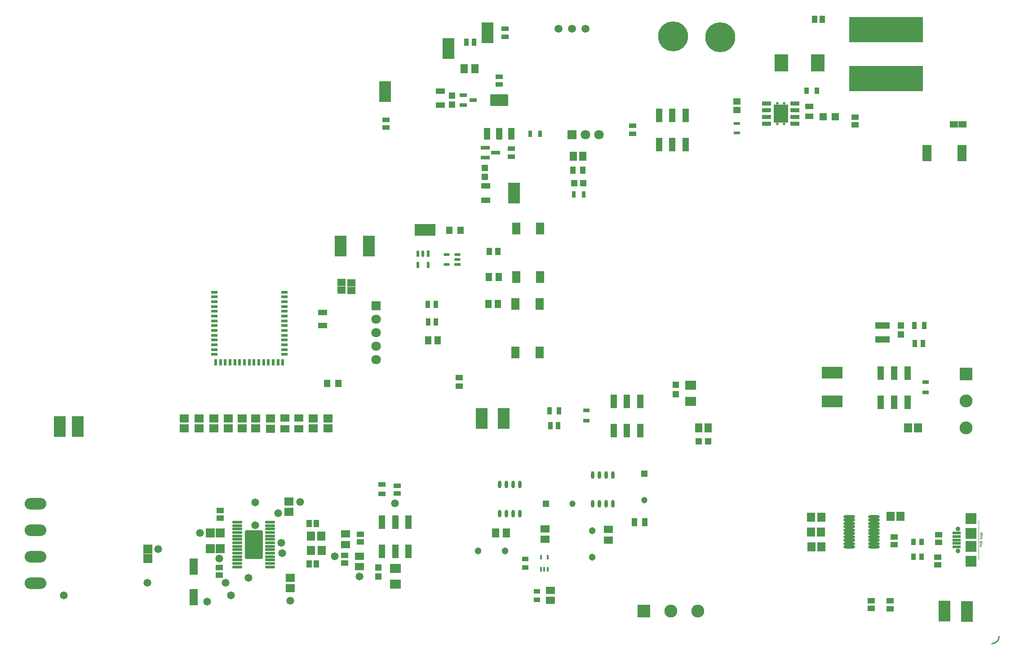
<source format=gts>
G04*
G04 #@! TF.GenerationSoftware,Altium Limited,Altium Designer,23.1.1 (15)*
G04*
G04 Layer_Color=8388736*
%FSLAX25Y25*%
%MOIN*%
G70*
G04*
G04 #@! TF.SameCoordinates,EC016929-1199-40CF-B0C5-1E8161D31A68*
G04*
G04*
G04 #@! TF.FilePolarity,Negative*
G04*
G01*
G75*
%ADD18C,0.01000*%
%ADD20C,0.00394*%
%ADD21C,0.00200*%
%ADD22R,0.04349X0.05339*%
%ADD26R,0.05339X0.04152*%
%ADD29R,0.04724X0.09843*%
%ADD36R,0.02095X0.04745*%
G04:AMPARAMS|DCode=37|XSize=47.45mil|YSize=20.95mil|CornerRadius=10.48mil|HoleSize=0mil|Usage=FLASHONLY|Rotation=270.000|XOffset=0mil|YOffset=0mil|HoleType=Round|Shape=RoundedRectangle|*
%AMROUNDEDRECTD37*
21,1,0.04745,0.00000,0,0,270.0*
21,1,0.02650,0.02095,0,0,270.0*
1,1,0.02095,0.00000,-0.01325*
1,1,0.02095,0.00000,0.01325*
1,1,0.02095,0.00000,0.01325*
1,1,0.02095,0.00000,-0.01325*
%
%ADD37ROUNDEDRECTD37*%
%ADD38R,0.04745X0.02095*%
G04:AMPARAMS|DCode=39|XSize=47.45mil|YSize=20.95mil|CornerRadius=10.48mil|HoleSize=0mil|Usage=FLASHONLY|Rotation=180.000|XOffset=0mil|YOffset=0mil|HoleType=Round|Shape=RoundedRectangle|*
%AMROUNDEDRECTD39*
21,1,0.04745,0.00000,0,0,180.0*
21,1,0.02650,0.02095,0,0,180.0*
1,1,0.02095,-0.01325,0.00000*
1,1,0.02095,0.01325,0.00000*
1,1,0.02095,0.01325,0.00000*
1,1,0.02095,-0.01325,0.00000*
%
%ADD39ROUNDEDRECTD39*%
%ADD43R,0.03740X0.05315*%
%ADD47R,0.05315X0.03740*%
%ADD50R,0.02756X0.05118*%
%ADD51R,0.02756X0.04528*%
%ADD53R,0.03963X0.05544*%
%ADD54R,0.01200X0.03374*%
%ADD55O,0.02362X0.05709*%
%ADD58R,0.04969X0.03182*%
%ADD59R,0.03740X0.05512*%
%ADD60R,0.05118X0.02756*%
%ADD65R,0.03567X0.05157*%
%ADD66R,0.55100X0.18700*%
%ADD71R,0.09843X0.12992*%
%ADD72R,0.04921X0.02362*%
%ADD73R,0.04152X0.05339*%
%ADD74R,0.05733X0.04940*%
%ADD75R,0.05339X0.04349*%
%ADD76R,0.03543X0.05118*%
%ADD84R,0.05512X0.03740*%
%ADD86R,0.02402X0.05000*%
%ADD87R,0.05000X0.02402*%
%ADD89R,0.07087X0.03937*%
%ADD90R,0.06115X0.06902*%
%ADD91R,0.06902X0.06902*%
%ADD92R,0.06312X0.12020*%
%ADD93R,0.06902X0.06115*%
%ADD94R,0.06509X0.05524*%
%ADD95R,0.08280X0.06706*%
%ADD96R,0.04737X0.05131*%
%ADD97R,0.06312X0.09068*%
%ADD98R,0.08792X0.15761*%
%ADD99R,0.05131X0.05524*%
%ADD100R,0.15761X0.08792*%
%ADD101R,0.04737X0.06115*%
%ADD102R,0.03950X0.05721*%
%ADD103R,0.06115X0.05328*%
%ADD104R,0.05524X0.06509*%
%ADD105R,0.06902X0.04343*%
%ADD106R,0.05524X0.03162*%
G04:AMPARAMS|DCode=107|XSize=47.37mil|YSize=88.71mil|CornerRadius=5.97mil|HoleSize=0mil|Usage=FLASHONLY|Rotation=180.000|XOffset=0mil|YOffset=0mil|HoleType=Round|Shape=RoundedRectangle|*
%AMROUNDEDRECTD107*
21,1,0.04737,0.07677,0,0,180.0*
21,1,0.03543,0.08871,0,0,180.0*
1,1,0.01194,-0.01772,0.03839*
1,1,0.01194,0.01772,0.03839*
1,1,0.01194,0.01772,-0.03839*
1,1,0.01194,-0.01772,-0.03839*
%
%ADD107ROUNDEDRECTD107*%
G04:AMPARAMS|DCode=108|XSize=135.95mil|YSize=88.71mil|CornerRadius=6.02mil|HoleSize=0mil|Usage=FLASHONLY|Rotation=180.000|XOffset=0mil|YOffset=0mil|HoleType=Round|Shape=RoundedRectangle|*
%AMROUNDEDRECTD108*
21,1,0.13595,0.07667,0,0,180.0*
21,1,0.12392,0.08871,0,0,180.0*
1,1,0.01204,-0.06196,0.03834*
1,1,0.01204,0.06196,0.03834*
1,1,0.01204,0.06196,-0.03834*
1,1,0.01204,-0.06196,-0.03834*
%
%ADD108ROUNDEDRECTD108*%
%ADD109R,0.05131X0.04737*%
%ADD110R,0.04422X0.06233*%
%ADD111R,0.06509X0.05328*%
%ADD112R,0.11036X0.04934*%
%ADD113R,0.06902X0.06312*%
%ADD114R,0.06902X0.06902*%
%ADD115O,0.08477X0.02375*%
%ADD116R,0.06509X0.12217*%
%ADD117R,0.05328X0.05328*%
%ADD118R,0.05918X0.04343*%
%ADD119R,0.05997X0.05052*%
%ADD120R,0.08280X0.08280*%
%ADD121R,0.08280X0.07887*%
%ADD122R,0.06115X0.02375*%
%ADD123R,0.06312X0.06902*%
G04:AMPARAMS|DCode=124|XSize=130.05mil|YSize=211.94mil|CornerRadius=5.83mil|HoleSize=0mil|Usage=FLASHONLY|Rotation=180.000|XOffset=0mil|YOffset=0mil|HoleType=Round|Shape=RoundedRectangle|*
%AMROUNDEDRECTD124*
21,1,0.13005,0.20028,0,0,180.0*
21,1,0.11839,0.21194,0,0,180.0*
1,1,0.01166,-0.05919,0.10014*
1,1,0.01166,0.05919,0.10014*
1,1,0.01166,0.05919,-0.10014*
1,1,0.01166,-0.05919,-0.10014*
%
%ADD124ROUNDEDRECTD124*%
G04:AMPARAMS|DCode=125|XSize=21.78mil|YSize=72.96mil|CornerRadius=6mil|HoleSize=0mil|Usage=FLASHONLY|Rotation=270.000|XOffset=0mil|YOffset=0mil|HoleType=Round|Shape=RoundedRectangle|*
%AMROUNDEDRECTD125*
21,1,0.02178,0.06097,0,0,270.0*
21,1,0.00978,0.07296,0,0,270.0*
1,1,0.01200,-0.03048,-0.00489*
1,1,0.01200,-0.03048,0.00489*
1,1,0.01200,0.03048,0.00489*
1,1,0.01200,0.03048,-0.00489*
%
%ADD125ROUNDEDRECTD125*%
%ADD126R,0.06706X0.03162*%
%ADD127R,0.05721X0.03950*%
%ADD128C,0.05900*%
%ADD129C,0.09658*%
%ADD130R,0.09658X0.09658*%
%ADD131C,0.05131*%
%ADD132R,0.04724X0.04724*%
%ADD133C,0.04724*%
%ADD134R,0.04724X0.04724*%
%ADD135R,0.09658X0.09658*%
%ADD136C,0.01981*%
%ADD137O,0.16154X0.08477*%
%ADD138C,0.03556*%
%ADD139C,0.22244*%
%ADD140R,0.07099X0.07099*%
%ADD141C,0.07099*%
%ADD142C,0.07099*%
%ADD143R,0.07099X0.07099*%
%ADD144C,0.05800*%
%ADD145C,0.02769*%
G36*
X682031Y390231D02*
X682039D01*
X682051Y390228D01*
X682059D01*
X682071Y390224D01*
X682079Y390220D01*
X682091Y390216D01*
X682098Y390208D01*
X682106Y390204D01*
X682114Y390196D01*
X682122Y390192D01*
X682130Y390184D01*
X682138Y390176D01*
X682146Y390168D01*
X682154Y390161D01*
X682158Y390153D01*
X682165Y390145D01*
X682169Y390137D01*
X682177Y390129D01*
X682181Y390117D01*
X682185Y390109D01*
X682189Y390098D01*
Y390090D01*
X682193Y390078D01*
Y390070D01*
X682197Y390058D01*
Y390050D01*
Y390038D01*
Y387519D01*
Y387507D01*
Y387499D01*
X682193Y387487D01*
Y387479D01*
X682189Y387468D01*
Y387460D01*
X682185Y387448D01*
X682181Y387440D01*
X682177Y387428D01*
X682169Y387420D01*
X682165Y387413D01*
X682158Y387405D01*
X682154Y387397D01*
X682146Y387389D01*
X682138Y387381D01*
X682130Y387373D01*
X682122Y387365D01*
X682114Y387361D01*
X682106Y387353D01*
X682098Y387350D01*
X682091Y387342D01*
X682079Y387338D01*
X682071Y387334D01*
X682059Y387330D01*
X682051D01*
X682039Y387326D01*
X682031D01*
X682020Y387322D01*
X675721D01*
X675709Y387326D01*
X675701D01*
X675689Y387330D01*
X675681D01*
X675669Y387334D01*
X675661Y387338D01*
X675650Y387342D01*
X675642Y387350D01*
X675634Y387353D01*
X675626Y387361D01*
X675618Y387365D01*
X675610Y387373D01*
X675602Y387381D01*
X675595Y387389D01*
X675587Y387397D01*
X675583Y387405D01*
X675575Y387413D01*
X675571Y387420D01*
X675563Y387428D01*
X675559Y387440D01*
X675555Y387448D01*
X675551Y387460D01*
Y387468D01*
X675547Y387479D01*
Y387487D01*
X675543Y387499D01*
Y387507D01*
Y387519D01*
Y390038D01*
Y390050D01*
Y390058D01*
X675547Y390070D01*
Y390078D01*
X675551Y390090D01*
Y390098D01*
X675555Y390109D01*
X675559Y390117D01*
X675563Y390129D01*
X675571Y390137D01*
X675575Y390145D01*
X675583Y390153D01*
X675587Y390161D01*
X675595Y390168D01*
X675602Y390176D01*
X675610Y390184D01*
X675618Y390192D01*
X675626Y390196D01*
X675634Y390204D01*
X675642Y390208D01*
X675650Y390216D01*
X675661Y390220D01*
X675669Y390224D01*
X675681Y390228D01*
X675689D01*
X675701Y390231D01*
X675709D01*
X675721Y390235D01*
X682020D01*
X682031Y390231D01*
D02*
G37*
G36*
Y395231D02*
X682039D01*
X682051Y395228D01*
X682059D01*
X682071Y395223D01*
X682079Y395220D01*
X682091Y395216D01*
X682098Y395208D01*
X682106Y395204D01*
X682114Y395196D01*
X682122Y395192D01*
X682130Y395184D01*
X682138Y395176D01*
X682146Y395168D01*
X682154Y395161D01*
X682158Y395153D01*
X682165Y395145D01*
X682169Y395137D01*
X682177Y395129D01*
X682181Y395117D01*
X682185Y395109D01*
X682189Y395098D01*
Y395090D01*
X682193Y395078D01*
Y395070D01*
X682197Y395058D01*
Y395050D01*
Y395039D01*
Y392519D01*
Y392507D01*
Y392499D01*
X682193Y392487D01*
Y392479D01*
X682189Y392468D01*
Y392460D01*
X682185Y392448D01*
X682181Y392440D01*
X682177Y392428D01*
X682169Y392420D01*
X682165Y392412D01*
X682158Y392405D01*
X682154Y392397D01*
X682146Y392389D01*
X682138Y392381D01*
X682130Y392373D01*
X682122Y392365D01*
X682114Y392361D01*
X682106Y392354D01*
X682098Y392350D01*
X682091Y392342D01*
X682079Y392338D01*
X682071Y392334D01*
X682059Y392330D01*
X682051D01*
X682039Y392326D01*
X682031D01*
X682020Y392322D01*
X675721D01*
X675709Y392326D01*
X675701D01*
X675689Y392330D01*
X675681D01*
X675669Y392334D01*
X675661Y392338D01*
X675650Y392342D01*
X675642Y392350D01*
X675634Y392354D01*
X675626Y392361D01*
X675618Y392365D01*
X675610Y392373D01*
X675602Y392381D01*
X675595Y392389D01*
X675587Y392397D01*
X675583Y392405D01*
X675575Y392412D01*
X675571Y392420D01*
X675563Y392428D01*
X675559Y392440D01*
X675555Y392448D01*
X675551Y392460D01*
Y392468D01*
X675547Y392479D01*
Y392487D01*
X675543Y392499D01*
Y392507D01*
Y392519D01*
Y395039D01*
Y395050D01*
Y395058D01*
X675547Y395070D01*
Y395078D01*
X675551Y395090D01*
Y395098D01*
X675555Y395109D01*
X675559Y395117D01*
X675563Y395129D01*
X675571Y395137D01*
X675575Y395145D01*
X675583Y395153D01*
X675587Y395161D01*
X675595Y395168D01*
X675602Y395176D01*
X675610Y395184D01*
X675618Y395192D01*
X675626Y395196D01*
X675634Y395204D01*
X675642Y395208D01*
X675650Y395216D01*
X675661Y395220D01*
X675669Y395223D01*
X675681Y395228D01*
X675689D01*
X675701Y395231D01*
X675709D01*
X675721Y395235D01*
X682020D01*
X682031Y395231D01*
D02*
G37*
G36*
Y400231D02*
X682039D01*
X682051Y400227D01*
X682059D01*
X682071Y400223D01*
X682079Y400220D01*
X682091Y400216D01*
X682098Y400208D01*
X682106Y400204D01*
X682114Y400196D01*
X682122Y400192D01*
X682130Y400184D01*
X682138Y400176D01*
X682146Y400168D01*
X682154Y400161D01*
X682158Y400153D01*
X682165Y400145D01*
X682169Y400137D01*
X682177Y400129D01*
X682181Y400117D01*
X682185Y400109D01*
X682189Y400098D01*
Y400090D01*
X682193Y400078D01*
Y400070D01*
X682197Y400058D01*
Y400050D01*
Y400038D01*
Y397519D01*
Y397507D01*
Y397499D01*
X682193Y397487D01*
Y397480D01*
X682189Y397468D01*
Y397460D01*
X682185Y397448D01*
X682181Y397440D01*
X682177Y397428D01*
X682169Y397420D01*
X682165Y397412D01*
X682158Y397405D01*
X682154Y397397D01*
X682146Y397389D01*
X682138Y397381D01*
X682130Y397373D01*
X682122Y397365D01*
X682114Y397361D01*
X682106Y397354D01*
X682098Y397350D01*
X682091Y397342D01*
X682079Y397338D01*
X682071Y397334D01*
X682059Y397330D01*
X682051D01*
X682039Y397326D01*
X682031D01*
X682020Y397322D01*
X675721D01*
X675709Y397326D01*
X675701D01*
X675689Y397330D01*
X675681D01*
X675669Y397334D01*
X675661Y397338D01*
X675650Y397342D01*
X675642Y397350D01*
X675634Y397354D01*
X675626Y397361D01*
X675618Y397365D01*
X675610Y397373D01*
X675602Y397381D01*
X675595Y397389D01*
X675587Y397397D01*
X675583Y397405D01*
X675575Y397412D01*
X675571Y397420D01*
X675563Y397428D01*
X675559Y397440D01*
X675555Y397448D01*
X675551Y397460D01*
Y397468D01*
X675547Y397480D01*
Y397487D01*
X675543Y397499D01*
Y397507D01*
Y397519D01*
Y400038D01*
Y400050D01*
Y400058D01*
X675547Y400070D01*
Y400078D01*
X675551Y400090D01*
Y400098D01*
X675555Y400109D01*
X675559Y400117D01*
X675563Y400129D01*
X675571Y400137D01*
X675575Y400145D01*
X675583Y400153D01*
X675587Y400161D01*
X675595Y400168D01*
X675602Y400176D01*
X675610Y400184D01*
X675618Y400192D01*
X675626Y400196D01*
X675634Y400204D01*
X675642Y400208D01*
X675650Y400216D01*
X675661Y400220D01*
X675669Y400223D01*
X675681Y400227D01*
X675689D01*
X675701Y400231D01*
X675709D01*
X675721Y400235D01*
X682020D01*
X682031Y400231D01*
D02*
G37*
G36*
Y405231D02*
X682039D01*
X682051Y405228D01*
X682059D01*
X682071Y405224D01*
X682079Y405220D01*
X682091Y405216D01*
X682098Y405208D01*
X682106Y405204D01*
X682114Y405196D01*
X682122Y405192D01*
X682130Y405184D01*
X682138Y405176D01*
X682146Y405168D01*
X682154Y405161D01*
X682158Y405153D01*
X682165Y405145D01*
X682169Y405137D01*
X682177Y405129D01*
X682181Y405117D01*
X682185Y405109D01*
X682189Y405098D01*
Y405090D01*
X682193Y405078D01*
Y405070D01*
X682197Y405058D01*
Y405050D01*
Y405038D01*
Y402519D01*
Y402507D01*
Y402499D01*
X682193Y402487D01*
Y402480D01*
X682189Y402468D01*
Y402460D01*
X682185Y402448D01*
X682181Y402440D01*
X682177Y402428D01*
X682169Y402420D01*
X682165Y402413D01*
X682158Y402405D01*
X682154Y402397D01*
X682146Y402389D01*
X682138Y402381D01*
X682130Y402373D01*
X682122Y402365D01*
X682114Y402361D01*
X682106Y402353D01*
X682098Y402350D01*
X682091Y402342D01*
X682079Y402338D01*
X682071Y402334D01*
X682059Y402330D01*
X682051D01*
X682039Y402326D01*
X682031D01*
X682020Y402322D01*
X675721D01*
X675709Y402326D01*
X675701D01*
X675689Y402330D01*
X675681D01*
X675669Y402334D01*
X675661Y402338D01*
X675650Y402342D01*
X675642Y402350D01*
X675634Y402353D01*
X675626Y402361D01*
X675618Y402365D01*
X675610Y402373D01*
X675602Y402381D01*
X675595Y402389D01*
X675587Y402397D01*
X675583Y402405D01*
X675575Y402413D01*
X675571Y402420D01*
X675563Y402428D01*
X675559Y402440D01*
X675555Y402448D01*
X675551Y402460D01*
Y402468D01*
X675547Y402480D01*
Y402487D01*
X675543Y402499D01*
Y402507D01*
Y402519D01*
Y405038D01*
Y405050D01*
Y405058D01*
X675547Y405070D01*
Y405078D01*
X675551Y405090D01*
Y405098D01*
X675555Y405109D01*
X675559Y405117D01*
X675563Y405129D01*
X675571Y405137D01*
X675575Y405145D01*
X675583Y405153D01*
X675587Y405161D01*
X675595Y405168D01*
X675602Y405176D01*
X675610Y405184D01*
X675618Y405192D01*
X675626Y405196D01*
X675634Y405204D01*
X675642Y405208D01*
X675650Y405216D01*
X675661Y405220D01*
X675669Y405224D01*
X675681Y405228D01*
X675689D01*
X675701Y405231D01*
X675709D01*
X675721Y405235D01*
X682020D01*
X682031Y405231D01*
D02*
G37*
G36*
X703291D02*
X703299D01*
X703311Y405228D01*
X703319D01*
X703331Y405224D01*
X703339Y405220D01*
X703350Y405216D01*
X703358Y405208D01*
X703366Y405204D01*
X703374Y405196D01*
X703382Y405192D01*
X703390Y405184D01*
X703398Y405176D01*
X703406Y405168D01*
X703413Y405161D01*
X703417Y405153D01*
X703425Y405145D01*
X703429Y405137D01*
X703437Y405129D01*
X703441Y405117D01*
X703445Y405109D01*
X703449Y405098D01*
Y405090D01*
X703453Y405078D01*
Y405070D01*
X703457Y405058D01*
Y405050D01*
Y405038D01*
Y402519D01*
Y402507D01*
Y402499D01*
X703453Y402487D01*
Y402480D01*
X703449Y402468D01*
Y402460D01*
X703445Y402448D01*
X703441Y402440D01*
X703437Y402428D01*
X703429Y402420D01*
X703425Y402413D01*
X703417Y402405D01*
X703413Y402397D01*
X703406Y402389D01*
X703398Y402381D01*
X703390Y402373D01*
X703382Y402365D01*
X703374Y402361D01*
X703366Y402353D01*
X703358Y402350D01*
X703350Y402342D01*
X703339Y402338D01*
X703331Y402334D01*
X703319Y402330D01*
X703311D01*
X703299Y402326D01*
X703291D01*
X703279Y402322D01*
X696980D01*
X696969Y402326D01*
X696961D01*
X696949Y402330D01*
X696941D01*
X696929Y402334D01*
X696921Y402338D01*
X696910Y402342D01*
X696902Y402350D01*
X696894Y402353D01*
X696886Y402361D01*
X696878Y402365D01*
X696870Y402373D01*
X696862Y402381D01*
X696854Y402389D01*
X696846Y402397D01*
X696842Y402405D01*
X696835Y402413D01*
X696831Y402420D01*
X696823Y402428D01*
X696819Y402440D01*
X696815Y402448D01*
X696811Y402460D01*
Y402468D01*
X696807Y402480D01*
Y402487D01*
X696803Y402499D01*
Y402507D01*
Y402519D01*
Y405038D01*
Y405050D01*
Y405058D01*
X696807Y405070D01*
Y405078D01*
X696811Y405090D01*
Y405098D01*
X696815Y405109D01*
X696819Y405117D01*
X696823Y405129D01*
X696831Y405137D01*
X696835Y405145D01*
X696842Y405153D01*
X696846Y405161D01*
X696854Y405168D01*
X696862Y405176D01*
X696870Y405184D01*
X696878Y405192D01*
X696886Y405196D01*
X696894Y405204D01*
X696902Y405208D01*
X696910Y405216D01*
X696921Y405220D01*
X696929Y405224D01*
X696941Y405228D01*
X696949D01*
X696961Y405231D01*
X696969D01*
X696980Y405235D01*
X703279D01*
X703291Y405231D01*
D02*
G37*
G36*
Y400231D02*
X703299D01*
X703311Y400227D01*
X703319D01*
X703331Y400223D01*
X703339Y400220D01*
X703350Y400216D01*
X703358Y400208D01*
X703366Y400204D01*
X703374Y400196D01*
X703382Y400192D01*
X703390Y400184D01*
X703398Y400176D01*
X703406Y400168D01*
X703413Y400161D01*
X703417Y400153D01*
X703425Y400145D01*
X703429Y400137D01*
X703437Y400129D01*
X703441Y400117D01*
X703445Y400109D01*
X703449Y400098D01*
Y400090D01*
X703453Y400078D01*
Y400070D01*
X703457Y400058D01*
Y400050D01*
Y400038D01*
Y397519D01*
Y397507D01*
Y397499D01*
X703453Y397487D01*
Y397480D01*
X703449Y397468D01*
Y397460D01*
X703445Y397448D01*
X703441Y397440D01*
X703437Y397428D01*
X703429Y397420D01*
X703425Y397412D01*
X703417Y397405D01*
X703413Y397397D01*
X703406Y397389D01*
X703398Y397381D01*
X703390Y397373D01*
X703382Y397365D01*
X703374Y397361D01*
X703366Y397354D01*
X703358Y397350D01*
X703350Y397342D01*
X703339Y397338D01*
X703331Y397334D01*
X703319Y397330D01*
X703311D01*
X703299Y397326D01*
X703291D01*
X703279Y397322D01*
X696980D01*
X696969Y397326D01*
X696961D01*
X696949Y397330D01*
X696941D01*
X696929Y397334D01*
X696921Y397338D01*
X696910Y397342D01*
X696902Y397350D01*
X696894Y397354D01*
X696886Y397361D01*
X696878Y397365D01*
X696870Y397373D01*
X696862Y397381D01*
X696854Y397389D01*
X696846Y397397D01*
X696842Y397405D01*
X696835Y397412D01*
X696831Y397420D01*
X696823Y397428D01*
X696819Y397440D01*
X696815Y397448D01*
X696811Y397460D01*
Y397468D01*
X696807Y397480D01*
Y397487D01*
X696803Y397499D01*
Y397507D01*
Y397519D01*
Y400038D01*
Y400050D01*
Y400058D01*
X696807Y400070D01*
Y400078D01*
X696811Y400090D01*
Y400098D01*
X696815Y400109D01*
X696819Y400117D01*
X696823Y400129D01*
X696831Y400137D01*
X696835Y400145D01*
X696842Y400153D01*
X696846Y400161D01*
X696854Y400168D01*
X696862Y400176D01*
X696870Y400184D01*
X696878Y400192D01*
X696886Y400196D01*
X696894Y400204D01*
X696902Y400208D01*
X696910Y400216D01*
X696921Y400220D01*
X696929Y400223D01*
X696941Y400227D01*
X696949D01*
X696961Y400231D01*
X696969D01*
X696980Y400235D01*
X703279D01*
X703291Y400231D01*
D02*
G37*
G36*
Y395231D02*
X703299D01*
X703311Y395228D01*
X703319D01*
X703331Y395223D01*
X703339Y395220D01*
X703350Y395216D01*
X703358Y395208D01*
X703366Y395204D01*
X703374Y395196D01*
X703382Y395192D01*
X703390Y395184D01*
X703398Y395176D01*
X703406Y395168D01*
X703413Y395161D01*
X703417Y395153D01*
X703425Y395145D01*
X703429Y395137D01*
X703437Y395129D01*
X703441Y395117D01*
X703445Y395109D01*
X703449Y395098D01*
Y395090D01*
X703453Y395078D01*
Y395070D01*
X703457Y395058D01*
Y395050D01*
Y395039D01*
Y392519D01*
Y392507D01*
Y392499D01*
X703453Y392487D01*
Y392479D01*
X703449Y392468D01*
Y392460D01*
X703445Y392448D01*
X703441Y392440D01*
X703437Y392428D01*
X703429Y392420D01*
X703425Y392412D01*
X703417Y392405D01*
X703413Y392397D01*
X703406Y392389D01*
X703398Y392381D01*
X703390Y392373D01*
X703382Y392365D01*
X703374Y392361D01*
X703366Y392354D01*
X703358Y392350D01*
X703350Y392342D01*
X703339Y392338D01*
X703331Y392334D01*
X703319Y392330D01*
X703311D01*
X703299Y392326D01*
X703291D01*
X703279Y392322D01*
X696980D01*
X696969Y392326D01*
X696961D01*
X696949Y392330D01*
X696941D01*
X696929Y392334D01*
X696921Y392338D01*
X696910Y392342D01*
X696902Y392350D01*
X696894Y392354D01*
X696886Y392361D01*
X696878Y392365D01*
X696870Y392373D01*
X696862Y392381D01*
X696854Y392389D01*
X696846Y392397D01*
X696842Y392405D01*
X696835Y392412D01*
X696831Y392420D01*
X696823Y392428D01*
X696819Y392440D01*
X696815Y392448D01*
X696811Y392460D01*
Y392468D01*
X696807Y392479D01*
Y392487D01*
X696803Y392499D01*
Y392507D01*
Y392519D01*
Y395039D01*
Y395050D01*
Y395058D01*
X696807Y395070D01*
Y395078D01*
X696811Y395090D01*
Y395098D01*
X696815Y395109D01*
X696819Y395117D01*
X696823Y395129D01*
X696831Y395137D01*
X696835Y395145D01*
X696842Y395153D01*
X696846Y395161D01*
X696854Y395168D01*
X696862Y395176D01*
X696870Y395184D01*
X696878Y395192D01*
X696886Y395196D01*
X696894Y395204D01*
X696902Y395208D01*
X696910Y395216D01*
X696921Y395220D01*
X696929Y395223D01*
X696941Y395228D01*
X696949D01*
X696961Y395231D01*
X696969D01*
X696980Y395235D01*
X703279D01*
X703291Y395231D01*
D02*
G37*
G36*
X694835Y389586D02*
X684165D01*
Y402972D01*
X694835D01*
Y389586D01*
D02*
G37*
G36*
X703291Y390231D02*
X703299D01*
X703311Y390228D01*
X703319D01*
X703331Y390224D01*
X703339Y390220D01*
X703350Y390216D01*
X703358Y390208D01*
X703366Y390204D01*
X703374Y390196D01*
X703382Y390192D01*
X703390Y390184D01*
X703398Y390176D01*
X703406Y390168D01*
X703413Y390161D01*
X703417Y390153D01*
X703425Y390145D01*
X703429Y390137D01*
X703437Y390129D01*
X703441Y390117D01*
X703445Y390109D01*
X703449Y390098D01*
Y390090D01*
X703453Y390078D01*
Y390070D01*
X703457Y390058D01*
Y390050D01*
Y390038D01*
Y387519D01*
Y387507D01*
Y387499D01*
X703453Y387487D01*
Y387479D01*
X703449Y387468D01*
Y387460D01*
X703445Y387448D01*
X703441Y387440D01*
X703437Y387428D01*
X703429Y387420D01*
X703425Y387413D01*
X703417Y387405D01*
X703413Y387397D01*
X703406Y387389D01*
X703398Y387381D01*
X703390Y387373D01*
X703382Y387365D01*
X703374Y387361D01*
X703366Y387353D01*
X703358Y387350D01*
X703350Y387342D01*
X703339Y387338D01*
X703331Y387334D01*
X703319Y387330D01*
X703311D01*
X703299Y387326D01*
X703291D01*
X703279Y387322D01*
X696980D01*
X696969Y387326D01*
X696961D01*
X696949Y387330D01*
X696941D01*
X696929Y387334D01*
X696921Y387338D01*
X696910Y387342D01*
X696902Y387350D01*
X696894Y387353D01*
X696886Y387361D01*
X696878Y387365D01*
X696870Y387373D01*
X696862Y387381D01*
X696854Y387389D01*
X696846Y387397D01*
X696842Y387405D01*
X696835Y387413D01*
X696831Y387420D01*
X696823Y387428D01*
X696819Y387440D01*
X696815Y387448D01*
X696811Y387460D01*
Y387468D01*
X696807Y387479D01*
Y387487D01*
X696803Y387499D01*
Y387507D01*
Y387519D01*
Y390038D01*
Y390050D01*
Y390058D01*
X696807Y390070D01*
Y390078D01*
X696811Y390090D01*
Y390098D01*
X696815Y390109D01*
X696819Y390117D01*
X696823Y390129D01*
X696831Y390137D01*
X696835Y390145D01*
X696842Y390153D01*
X696846Y390161D01*
X696854Y390168D01*
X696862Y390176D01*
X696870Y390184D01*
X696878Y390192D01*
X696886Y390196D01*
X696894Y390204D01*
X696902Y390208D01*
X696910Y390216D01*
X696921Y390220D01*
X696929Y390224D01*
X696941Y390228D01*
X696949D01*
X696961Y390231D01*
X696969D01*
X696980Y390235D01*
X703279D01*
X703291Y390231D01*
D02*
G37*
D18*
X846278Y2686D02*
G03*
X851500Y8000I-93J5314D01*
G01*
D20*
X836209Y65076D02*
Y94209D01*
D21*
X838006Y74918D02*
Y75604D01*
X837930Y75832D01*
X837854Y75908D01*
X837701Y75985D01*
X837473D01*
X837320Y75908D01*
X837244Y75832D01*
X837168Y75604D01*
Y74918D01*
X838768D01*
X837549Y77485D02*
X837397Y77409D01*
X837244Y77257D01*
X837168Y77104D01*
Y76800D01*
X837244Y76647D01*
X837397Y76495D01*
X837549Y76419D01*
X837778Y76343D01*
X838158D01*
X838387Y76419D01*
X838539Y76495D01*
X838692Y76647D01*
X838768Y76800D01*
Y77104D01*
X838692Y77257D01*
X838539Y77409D01*
X838387Y77485D01*
X837168Y77935D02*
X838768D01*
X837168D02*
Y78620D01*
X837244Y78849D01*
X837320Y78925D01*
X837473Y79001D01*
X837625D01*
X837778Y78925D01*
X837854Y78849D01*
X837930Y78620D01*
Y77935D02*
Y78620D01*
X838006Y78849D01*
X838082Y78925D01*
X838235Y79001D01*
X838463D01*
X838615Y78925D01*
X838692Y78849D01*
X838768Y78620D01*
Y77935D01*
X837168Y81606D02*
Y80616D01*
X838768D01*
Y81606D01*
X837930Y80616D02*
Y81225D01*
X837168Y82787D02*
X838768D01*
X837930D02*
X837778Y82635D01*
X837701Y82482D01*
Y82254D01*
X837778Y82101D01*
X837930Y81949D01*
X838158Y81873D01*
X838311D01*
X838539Y81949D01*
X838692Y82101D01*
X838768Y82254D01*
Y82482D01*
X838692Y82635D01*
X838539Y82787D01*
X837701Y84128D02*
X838920D01*
X839149Y84052D01*
X839225Y83975D01*
X839301Y83823D01*
Y83594D01*
X839225Y83442D01*
X837930Y84128D02*
X837778Y83975D01*
X837701Y83823D01*
Y83594D01*
X837778Y83442D01*
X837930Y83290D01*
X838158Y83214D01*
X838311D01*
X838539Y83290D01*
X838692Y83442D01*
X838768Y83594D01*
Y83823D01*
X838692Y83975D01*
X838539Y84128D01*
X838158Y84554D02*
Y85468D01*
X838006D01*
X837854Y85392D01*
X837778Y85316D01*
X837701Y85164D01*
Y84935D01*
X837778Y84783D01*
X837930Y84630D01*
X838158Y84554D01*
X838311D01*
X838539Y84630D01*
X838692Y84783D01*
X838768Y84935D01*
Y85164D01*
X838692Y85316D01*
X838539Y85468D01*
D22*
X339500Y91905D02*
D03*
X345057D02*
D03*
X339500Y61905D02*
D03*
X345057D02*
D03*
D26*
X273000Y59244D02*
D03*
Y53529D02*
D03*
X366000Y68074D02*
D03*
Y62359D02*
D03*
X273500Y95887D02*
D03*
Y101602D02*
D03*
X770500Y28643D02*
D03*
Y34357D02*
D03*
X773500Y76285D02*
D03*
Y82000D02*
D03*
X806000Y61285D02*
D03*
Y67000D02*
D03*
X806500Y83643D02*
D03*
Y77928D02*
D03*
X756500Y34500D02*
D03*
Y28785D02*
D03*
X377500Y83759D02*
D03*
Y78044D02*
D03*
D29*
X393657Y92728D02*
D03*
Y71075D02*
D03*
X413343D02*
D03*
Y92728D02*
D03*
X403500D02*
D03*
Y71075D02*
D03*
X585240Y161000D02*
D03*
Y182653D02*
D03*
X565555D02*
D03*
Y161000D02*
D03*
X575398D02*
D03*
Y182653D02*
D03*
X773658Y203654D02*
D03*
Y182000D02*
D03*
X763815D02*
D03*
Y203654D02*
D03*
X783500D02*
D03*
Y182000D02*
D03*
X609158Y373346D02*
D03*
Y395000D02*
D03*
X619000D02*
D03*
Y373346D02*
D03*
X599315D02*
D03*
Y395000D02*
D03*
D36*
X427882Y292049D02*
D03*
D37*
X424142D02*
D03*
X420402D02*
D03*
Y283778D02*
D03*
X427882D02*
D03*
D38*
X449778Y284173D02*
D03*
D39*
Y287913D02*
D03*
Y291653D02*
D03*
X441506D02*
D03*
Y284173D02*
D03*
D43*
X427831Y254646D02*
D03*
X433736D02*
D03*
X427878Y241646D02*
D03*
X433783D02*
D03*
X462110Y449106D02*
D03*
X456205D02*
D03*
X524453Y164500D02*
D03*
X518547D02*
D03*
X794906Y225453D02*
D03*
X789000D02*
D03*
D47*
X480657Y417721D02*
D03*
Y423626D02*
D03*
X489657Y370126D02*
D03*
Y364220D02*
D03*
X579658Y381221D02*
D03*
Y387126D02*
D03*
X405000Y119953D02*
D03*
Y114047D02*
D03*
X485157Y453221D02*
D03*
Y459126D02*
D03*
X396657Y391606D02*
D03*
Y385701D02*
D03*
D50*
X503677Y381173D02*
D03*
X511158D02*
D03*
D51*
X543398Y336173D02*
D03*
X535917D02*
D03*
D53*
X542658Y354173D02*
D03*
X535170D02*
D03*
D54*
X511500Y58000D02*
D03*
X514059D02*
D03*
X516618D02*
D03*
Y66874D02*
D03*
X511500D02*
D03*
D55*
X550000Y106500D02*
D03*
X555000D02*
D03*
X560000D02*
D03*
X565000D02*
D03*
Y127957D02*
D03*
X560000D02*
D03*
X555000D02*
D03*
X550000D02*
D03*
X481000Y99272D02*
D03*
X486000D02*
D03*
X491000D02*
D03*
X496000D02*
D03*
Y120728D02*
D03*
X491000D02*
D03*
X486000D02*
D03*
X481000D02*
D03*
D58*
X508500Y35342D02*
D03*
Y41658D02*
D03*
X500000Y59342D02*
D03*
Y65658D02*
D03*
D59*
X525142Y175500D02*
D03*
X517858D02*
D03*
X796095Y238953D02*
D03*
X788811D02*
D03*
D60*
X545240Y175740D02*
D03*
Y168260D02*
D03*
X797000Y189260D02*
D03*
Y196740D02*
D03*
D65*
X794000Y78143D02*
D03*
X787889D02*
D03*
X794055Y67143D02*
D03*
X787945D02*
D03*
D66*
X767500Y422079D02*
D03*
Y458479D02*
D03*
D71*
X717083Y433779D02*
D03*
X689917D02*
D03*
D72*
X657000Y388822D02*
D03*
Y381735D02*
D03*
D73*
X720215Y466279D02*
D03*
X714500D02*
D03*
D74*
X657000Y398779D02*
D03*
Y405281D02*
D03*
D75*
X744500Y393557D02*
D03*
Y388000D02*
D03*
D76*
X708760Y413279D02*
D03*
X716240D02*
D03*
D84*
X393500Y121000D02*
D03*
Y113716D02*
D03*
D86*
X270382Y211650D02*
D03*
X273925D02*
D03*
X277468D02*
D03*
X281012D02*
D03*
X284594D02*
D03*
X288138D02*
D03*
X291681D02*
D03*
X295224D02*
D03*
X298768D02*
D03*
X302311D02*
D03*
X305894D02*
D03*
X309437D02*
D03*
X312980D02*
D03*
X316524D02*
D03*
X320067D02*
D03*
D87*
X269165Y263575D02*
D03*
Y260032D02*
D03*
Y256488D02*
D03*
Y252945D02*
D03*
Y249362D02*
D03*
Y245819D02*
D03*
Y242276D02*
D03*
Y238732D02*
D03*
Y235189D02*
D03*
Y231646D02*
D03*
Y228063D02*
D03*
Y224520D02*
D03*
Y220976D02*
D03*
Y217433D02*
D03*
X321284D02*
D03*
Y220976D02*
D03*
Y224520D02*
D03*
Y228063D02*
D03*
Y231646D02*
D03*
Y235189D02*
D03*
Y238732D02*
D03*
Y242276D02*
D03*
Y245819D02*
D03*
Y249362D02*
D03*
Y252945D02*
D03*
Y256488D02*
D03*
Y260032D02*
D03*
Y263575D02*
D03*
D89*
X349783Y238724D02*
D03*
Y248567D02*
D03*
D90*
X341000Y82406D02*
D03*
X348677D02*
D03*
X348839Y71905D02*
D03*
X341161D02*
D03*
D91*
X220000Y65716D02*
D03*
Y73000D02*
D03*
D92*
X254000Y59720D02*
D03*
Y37279D02*
D03*
D93*
X325500Y43728D02*
D03*
Y51406D02*
D03*
X324500Y100567D02*
D03*
Y108244D02*
D03*
D94*
X377000Y67654D02*
D03*
Y59780D02*
D03*
X366500Y84153D02*
D03*
Y76279D02*
D03*
X561500Y87437D02*
D03*
Y79563D02*
D03*
X514500Y80063D02*
D03*
Y87937D02*
D03*
X321500Y170153D02*
D03*
Y162279D02*
D03*
X332000Y162216D02*
D03*
Y170091D02*
D03*
D95*
X403500Y58622D02*
D03*
Y46811D02*
D03*
X622740Y194405D02*
D03*
Y182595D02*
D03*
D96*
X391000Y52370D02*
D03*
Y59063D02*
D03*
X470157Y355866D02*
D03*
Y349173D02*
D03*
X611740Y194693D02*
D03*
Y188000D02*
D03*
X778500Y239000D02*
D03*
Y232307D02*
D03*
X445614Y409626D02*
D03*
Y402933D02*
D03*
D97*
X492783Y254827D02*
D03*
Y219000D02*
D03*
X510500Y254827D02*
D03*
Y219000D02*
D03*
X511000Y275000D02*
D03*
Y310827D02*
D03*
X493284Y275000D02*
D03*
Y310827D02*
D03*
D98*
X363142Y297913D02*
D03*
X491657Y337106D02*
D03*
X472157Y456173D02*
D03*
X467500Y170000D02*
D03*
X484000D02*
D03*
X811000Y26857D02*
D03*
X827500Y26643D02*
D03*
X154500Y163716D02*
D03*
X168000D02*
D03*
X443157Y444606D02*
D03*
X396158Y412606D02*
D03*
X384142Y297913D02*
D03*
D99*
X361276Y195913D02*
D03*
X353008D02*
D03*
X443642Y309413D02*
D03*
X451909D02*
D03*
D100*
X425642Y309913D02*
D03*
X727500Y203953D02*
D03*
Y182453D02*
D03*
D101*
X428055Y227913D02*
D03*
X435142D02*
D03*
X473098Y274913D02*
D03*
X480185D02*
D03*
X472598Y254913D02*
D03*
X479685D02*
D03*
D102*
X473492Y293913D02*
D03*
X479791D02*
D03*
D103*
X363642Y270768D02*
D03*
Y265059D02*
D03*
X371142Y264913D02*
D03*
Y270622D02*
D03*
D104*
X454677Y429433D02*
D03*
X462551D02*
D03*
X535811Y364673D02*
D03*
X542504D02*
D03*
X478063Y85000D02*
D03*
X485937D02*
D03*
X635500Y163000D02*
D03*
X628807D02*
D03*
D105*
X437114Y402433D02*
D03*
Y412866D02*
D03*
X470657Y331957D02*
D03*
Y342390D02*
D03*
D106*
X461201Y406173D02*
D03*
X454114Y402433D02*
D03*
Y409913D02*
D03*
D107*
X471602Y381173D02*
D03*
X480657D02*
D03*
X489713D02*
D03*
D108*
X480657Y406173D02*
D03*
D109*
X543004Y344673D02*
D03*
X536311D02*
D03*
X628807Y153000D02*
D03*
X635500D02*
D03*
D110*
X588500Y93000D02*
D03*
X580980D02*
D03*
D111*
X518500Y42043D02*
D03*
Y34957D02*
D03*
D112*
X765000Y238933D02*
D03*
Y228500D02*
D03*
D113*
X247000Y162476D02*
D03*
Y169957D02*
D03*
X258000Y162476D02*
D03*
Y169957D02*
D03*
X269000Y162476D02*
D03*
Y169957D02*
D03*
X279500Y162476D02*
D03*
Y169957D02*
D03*
X290000Y162476D02*
D03*
Y169957D02*
D03*
X311000Y162260D02*
D03*
Y169740D02*
D03*
X300000Y162500D02*
D03*
Y169980D02*
D03*
X342500Y162476D02*
D03*
Y169957D02*
D03*
X353500Y162476D02*
D03*
Y169957D02*
D03*
D114*
X273642Y73244D02*
D03*
X266358D02*
D03*
Y84744D02*
D03*
X273642D02*
D03*
D115*
X758653Y74393D02*
D03*
Y76893D02*
D03*
Y79393D02*
D03*
Y81893D02*
D03*
Y84393D02*
D03*
Y86893D02*
D03*
Y89393D02*
D03*
Y91893D02*
D03*
Y94393D02*
D03*
Y96893D02*
D03*
X740346Y74393D02*
D03*
Y76893D02*
D03*
Y79393D02*
D03*
Y81893D02*
D03*
Y84393D02*
D03*
Y86893D02*
D03*
Y89393D02*
D03*
Y91893D02*
D03*
Y94393D02*
D03*
Y96893D02*
D03*
D116*
X797909Y366779D02*
D03*
X824091D02*
D03*
D117*
X720874Y393779D02*
D03*
X730126D02*
D03*
D118*
X710500Y394039D02*
D03*
Y401519D02*
D03*
D119*
X818000Y388279D02*
D03*
X824220D02*
D03*
D120*
X830500Y74918D02*
D03*
Y84367D02*
D03*
D121*
Y63895D02*
D03*
Y95391D02*
D03*
D122*
X819969Y74524D02*
D03*
Y84761D02*
D03*
Y77083D02*
D03*
Y79643D02*
D03*
Y82202D02*
D03*
D123*
X778480Y97143D02*
D03*
X771000D02*
D03*
X712000Y85500D02*
D03*
X719480D02*
D03*
X712020Y96500D02*
D03*
X719500D02*
D03*
X712260Y74500D02*
D03*
X719740D02*
D03*
X784000Y162953D02*
D03*
X791480D02*
D03*
D124*
X298500Y76244D02*
D03*
D125*
X286394Y92878D02*
D03*
Y90319D02*
D03*
Y87760D02*
D03*
Y85201D02*
D03*
Y82642D02*
D03*
Y80083D02*
D03*
Y77524D02*
D03*
Y74965D02*
D03*
Y72405D02*
D03*
Y69846D02*
D03*
Y67287D02*
D03*
Y64728D02*
D03*
Y62169D02*
D03*
Y59610D02*
D03*
X310606Y92878D02*
D03*
Y90319D02*
D03*
Y87760D02*
D03*
Y85201D02*
D03*
Y82642D02*
D03*
Y80083D02*
D03*
Y77524D02*
D03*
Y74965D02*
D03*
Y72405D02*
D03*
Y69846D02*
D03*
Y67287D02*
D03*
Y64728D02*
D03*
Y62169D02*
D03*
Y59610D02*
D03*
D126*
X470417Y370913D02*
D03*
Y363433D02*
D03*
X477898Y367173D02*
D03*
D127*
X451142Y200213D02*
D03*
Y193913D02*
D03*
D128*
X544658Y459173D02*
D03*
X534657D02*
D03*
X524657D02*
D03*
D129*
X628000Y27000D02*
D03*
X608000D02*
D03*
X827000Y163000D02*
D03*
Y183000D02*
D03*
D130*
X588000Y27000D02*
D03*
D131*
X549500Y86500D02*
D03*
Y66815D02*
D03*
X465158Y71500D02*
D03*
X484842D02*
D03*
D132*
X515315Y106500D02*
D03*
D133*
X535000D02*
D03*
X588240Y109158D02*
D03*
D134*
Y128842D02*
D03*
D135*
X827000Y203000D02*
D03*
D136*
X692059Y388601D02*
D03*
X686941D02*
D03*
X692059Y393720D02*
D03*
X686941D02*
D03*
X692059Y398838D02*
D03*
X686941D02*
D03*
X692059Y403956D02*
D03*
X686941D02*
D03*
D137*
X136500Y67158D02*
D03*
Y86843D02*
D03*
Y106528D02*
D03*
Y47472D02*
D03*
D138*
X820854Y71473D02*
D03*
Y87812D02*
D03*
D139*
X644500Y453000D02*
D03*
X609500Y453500D02*
D03*
D140*
X534657Y380673D02*
D03*
D141*
X544658D02*
D03*
X554658D02*
D03*
D142*
X389283Y233646D02*
D03*
Y243646D02*
D03*
Y223646D02*
D03*
Y213646D02*
D03*
D143*
Y253646D02*
D03*
D144*
X319500Y70000D02*
D03*
X319000Y77500D02*
D03*
X316500Y99500D02*
D03*
X358500Y67500D02*
D03*
X299500Y107500D02*
D03*
Y90500D02*
D03*
X258500Y85000D02*
D03*
X325500Y34500D02*
D03*
X264000Y34000D02*
D03*
X294500Y51500D02*
D03*
X277500Y48000D02*
D03*
X157500Y38500D02*
D03*
X281500D02*
D03*
X377000Y52500D02*
D03*
X219500Y48000D02*
D03*
X273000Y66000D02*
D03*
X227500Y73000D02*
D03*
X333000Y108000D02*
D03*
X403277Y106860D02*
D03*
D145*
X294169Y84905D02*
D03*
X298500D02*
D03*
X302831D02*
D03*
X294169Y80575D02*
D03*
X298500D02*
D03*
X302831D02*
D03*
X294169Y76244D02*
D03*
X298500D02*
D03*
X302831D02*
D03*
X294169Y71913D02*
D03*
X298500D02*
D03*
X302831D02*
D03*
X294169Y67583D02*
D03*
X298500D02*
D03*
X302831D02*
D03*
M02*

</source>
